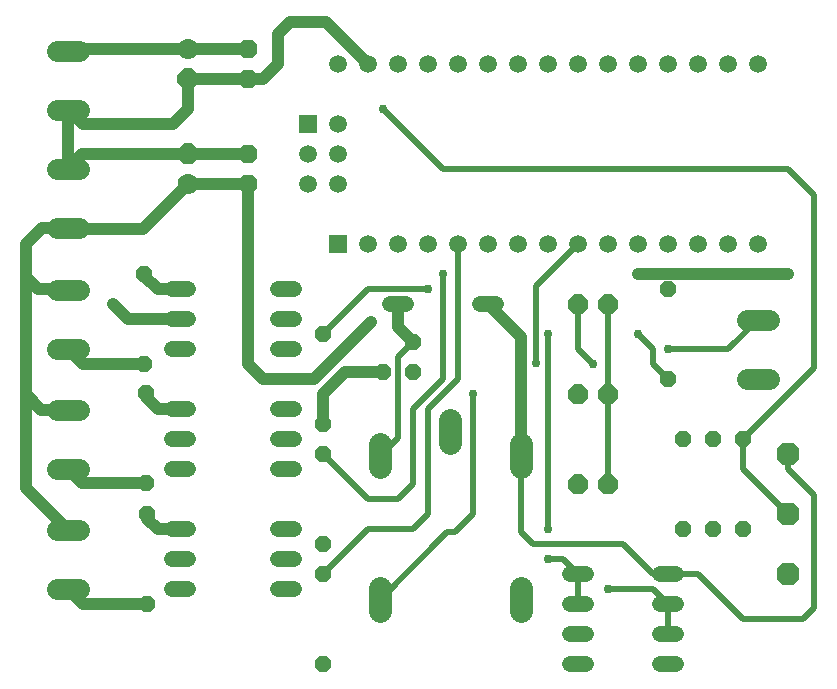
<source format=gbr>
G04 EAGLE Gerber X2 export*
%TF.Part,Single*%
%TF.FileFunction,Copper,L2,Bot,Mixed*%
%TF.FilePolarity,Positive*%
%TF.GenerationSoftware,Autodesk,EAGLE,8.7.0*%
%TF.CreationDate,2018-10-16T22:36:03Z*%
G75*
%MOMM*%
%FSLAX34Y34*%
%LPD*%
%AMOC8*
5,1,8,0,0,1.08239X$1,22.5*%
G01*
%ADD10P,2.089446X8X112.500000*%
%ADD11C,1.790700*%
%ADD12P,1.924489X8X292.500000*%
%ADD13C,1.778000*%
%ADD14P,1.732040X8X292.500000*%
%ADD15P,1.924489X8X112.500000*%
%ADD16P,1.732040X8X112.500000*%
%ADD17C,1.320800*%
%ADD18C,1.981200*%
%ADD19P,1.814519X8X22.500000*%
%ADD20R,1.508000X1.508000*%
%ADD21C,1.508000*%
%ADD22P,1.429621X8X112.500000*%
%ADD23P,1.429621X8X292.500000*%
%ADD24P,1.429621X8X22.500000*%
%ADD25C,1.016000*%
%ADD26C,0.508000*%
%ADD27C,0.756400*%


D10*
X660400Y215900D03*
X660400Y165100D03*
D11*
X59754Y253600D02*
X41847Y253600D01*
X41847Y203600D02*
X59754Y203600D01*
D12*
X152400Y533400D03*
D13*
X152400Y558800D03*
D14*
X203200Y558800D03*
X203200Y533400D03*
D15*
X152400Y469900D03*
D13*
X152400Y444500D03*
D16*
X203200Y444500D03*
X203200Y469900D03*
D11*
X59754Y355200D02*
X41847Y355200D01*
X41847Y305200D02*
X59754Y305200D01*
D17*
X399796Y342900D02*
X413004Y342900D01*
X336804Y342900D02*
X323596Y342900D01*
D10*
X660400Y114300D03*
D18*
X374650Y225044D02*
X374650Y244856D01*
X314960Y224536D02*
X314960Y204724D01*
X434340Y204724D02*
X434340Y224536D01*
X434340Y102616D02*
X434340Y82804D01*
X314960Y82804D02*
X314960Y102616D01*
D19*
X482600Y190500D03*
X508000Y190500D03*
X482600Y266700D03*
X508000Y266700D03*
X482600Y342900D03*
X508000Y342900D03*
D11*
X626047Y279800D02*
X643954Y279800D01*
X643954Y329800D02*
X626047Y329800D01*
D20*
X279400Y393700D03*
D21*
X304800Y393700D03*
X330200Y393700D03*
X355600Y393700D03*
X381000Y393700D03*
X406400Y393700D03*
X431800Y393700D03*
X457200Y393700D03*
X482600Y393700D03*
X508000Y393700D03*
X533400Y393700D03*
X558800Y393700D03*
X279400Y546100D03*
X304800Y546100D03*
X330200Y546100D03*
X355600Y546100D03*
X381000Y546100D03*
X406400Y546100D03*
X457200Y546100D03*
X482600Y546100D03*
X533400Y546100D03*
X558800Y546100D03*
X508000Y546100D03*
X431800Y546100D03*
X584200Y393700D03*
X609600Y393700D03*
X635000Y393700D03*
X584200Y546100D03*
X609600Y546100D03*
X635000Y546100D03*
D20*
X254000Y495300D03*
D21*
X279400Y495300D03*
X254000Y469900D03*
X279400Y469900D03*
X254000Y444500D03*
X279400Y444500D03*
D17*
X152400Y152400D02*
X139192Y152400D01*
X139192Y127000D02*
X152400Y127000D01*
X228600Y127000D02*
X241808Y127000D01*
X241808Y152400D02*
X228600Y152400D01*
X152400Y101600D02*
X139192Y101600D01*
X228600Y101600D02*
X241808Y101600D01*
X152400Y254000D02*
X139192Y254000D01*
X139192Y228600D02*
X152400Y228600D01*
X228600Y228600D02*
X241808Y228600D01*
X241808Y254000D02*
X228600Y254000D01*
X152400Y203200D02*
X139192Y203200D01*
X228600Y203200D02*
X241808Y203200D01*
X152400Y355600D02*
X139192Y355600D01*
X139192Y330200D02*
X152400Y330200D01*
X228600Y330200D02*
X241808Y330200D01*
X241808Y355600D02*
X228600Y355600D01*
X152400Y304800D02*
X139192Y304800D01*
X228600Y304800D02*
X241808Y304800D01*
D22*
X118110Y88900D03*
X118110Y165100D03*
X596900Y152400D03*
X596900Y228600D03*
X266700Y38100D03*
X266700Y114300D03*
X116840Y191770D03*
X116840Y267970D03*
X266700Y139700D03*
X266700Y215900D03*
X115570Y292100D03*
X115570Y368300D03*
X266700Y241300D03*
X266700Y317500D03*
D23*
X558800Y355600D03*
X558800Y279400D03*
D22*
X622300Y152400D03*
X622300Y228600D03*
X571500Y152400D03*
X571500Y228600D03*
D11*
X59754Y152000D02*
X41847Y152000D01*
X41847Y102000D02*
X59754Y102000D01*
D24*
X317500Y285750D03*
X342900Y285750D03*
X342900Y311150D03*
D17*
X475996Y114300D02*
X489204Y114300D01*
X489204Y88900D02*
X475996Y88900D01*
X552196Y88900D02*
X565404Y88900D01*
X565404Y114300D02*
X552196Y114300D01*
X489204Y63500D02*
X475996Y63500D01*
X475996Y38100D02*
X489204Y38100D01*
X552196Y63500D02*
X565404Y63500D01*
X565404Y38100D02*
X552196Y38100D01*
D11*
X59754Y557600D02*
X41847Y557600D01*
X41847Y507600D02*
X59754Y507600D01*
X59754Y457600D02*
X41847Y457600D01*
X41847Y407600D02*
X59754Y407600D01*
D25*
X50800Y102000D02*
X63900Y88900D01*
X118110Y88900D01*
X50800Y152000D02*
X15240Y187560D01*
X15240Y266700D01*
X15240Y365760D01*
X15240Y393700D01*
X29140Y407600D01*
X50800Y407600D01*
X50800Y253600D02*
X28340Y253600D01*
X15240Y266700D01*
X50800Y355200D02*
X50400Y355600D01*
X25400Y355600D01*
X15240Y365760D01*
X114300Y406400D02*
X152400Y444500D01*
X114300Y406400D02*
X52000Y406400D01*
X50800Y407600D01*
X152400Y444500D02*
X203200Y444500D01*
X406400Y342900D02*
X434340Y314960D01*
X434340Y214630D01*
D26*
X660400Y215900D02*
X660400Y203200D01*
X682500Y181100D01*
X682500Y85600D02*
X673100Y76200D01*
X622300Y76200D01*
X682500Y85600D02*
X682500Y181100D01*
X520700Y139700D02*
X444500Y139700D01*
X434340Y149860D01*
X434340Y214630D01*
X584200Y114300D02*
X622300Y76200D01*
X584200Y114300D02*
X558800Y114300D01*
X546100Y114300D02*
X520700Y139700D01*
X546100Y114300D02*
X558800Y114300D01*
D27*
X307340Y327660D03*
D25*
X259080Y279400D01*
X215900Y279400D01*
X203200Y292100D01*
X203200Y444500D01*
X152400Y152400D02*
X127000Y152400D01*
X118110Y161290D01*
X118110Y165100D01*
X50800Y457600D02*
X50800Y507600D01*
X152400Y533400D02*
X203200Y533400D01*
X203200Y469900D02*
X152400Y469900D01*
X63100Y469900D01*
X50800Y457600D01*
X50800Y507600D02*
X51200Y507600D01*
X63500Y495300D01*
X139700Y495300D01*
X152400Y508000D01*
X152400Y533400D01*
X203200Y533400D02*
X215900Y533400D01*
X228600Y546100D01*
X228600Y571500D01*
X238760Y581660D01*
X269240Y581660D02*
X304800Y546100D01*
X269240Y581660D02*
X238760Y581660D01*
X152400Y330200D02*
X101600Y330200D01*
X88900Y342900D01*
D27*
X88900Y342900D03*
D25*
X266700Y266700D02*
X266700Y241300D01*
X285750Y285750D02*
X317500Y285750D01*
X285750Y285750D02*
X266700Y266700D01*
D27*
X285750Y285750D03*
D26*
X508000Y266700D02*
X508000Y342900D01*
X508000Y266700D02*
X508000Y190500D01*
D27*
X533400Y368300D03*
D25*
X552821Y368300D01*
X553329Y368808D01*
X564271Y368808D01*
X564779Y368300D01*
X660400Y368300D01*
D27*
X660400Y368300D03*
D25*
X52000Y558800D02*
X50800Y557600D01*
X52000Y558800D02*
X152400Y558800D01*
X203200Y558800D01*
D26*
X622300Y228600D02*
X622300Y203200D01*
X660400Y165100D01*
X622300Y228600D02*
X682500Y288800D01*
D27*
X317500Y508000D03*
D26*
X368300Y457200D01*
X660400Y457200D01*
X682500Y435100D01*
X682500Y288800D01*
X304800Y355600D02*
X266700Y317500D01*
X304800Y355600D02*
X355600Y355600D01*
D27*
X355600Y355600D03*
D25*
X62630Y191770D02*
X50800Y203600D01*
X62630Y191770D02*
X116840Y191770D01*
X127000Y254000D02*
X152400Y254000D01*
X127000Y254000D02*
X116840Y264160D01*
X116840Y267970D01*
X63900Y292100D02*
X50800Y305200D01*
X63900Y292100D02*
X115570Y292100D01*
X127000Y355600D02*
X152400Y355600D01*
X127000Y355600D02*
X115570Y367030D01*
X115570Y368300D01*
D27*
X457200Y317500D03*
D26*
X457200Y152400D01*
D27*
X457200Y152400D03*
X457200Y127000D03*
D26*
X469900Y127000D02*
X482600Y114300D01*
X469900Y127000D02*
X457200Y127000D01*
X482600Y114300D02*
X482600Y88900D01*
X558800Y88900D02*
X558800Y63500D01*
X558800Y88900D02*
X546100Y101600D01*
X508000Y101600D01*
D27*
X508000Y101600D03*
X447040Y293370D03*
D26*
X447040Y358140D01*
X482600Y393700D01*
X304800Y152400D02*
X266700Y114300D01*
X304800Y152400D02*
X342900Y152400D01*
X355600Y165100D01*
X355600Y254000D01*
X381000Y279400D01*
X381000Y393700D01*
X266700Y215900D02*
X304800Y177800D01*
D27*
X368300Y368300D03*
D26*
X368300Y279400D01*
X342900Y254000D01*
X342900Y190500D01*
X330200Y177800D01*
X304800Y177800D01*
D25*
X342900Y311150D02*
X330200Y323850D01*
X330200Y342900D01*
D26*
X330200Y229870D02*
X314960Y214630D01*
X330200Y298450D02*
X342900Y311150D01*
X330200Y298450D02*
X330200Y229870D01*
X546100Y292100D02*
X558800Y279400D01*
X546100Y292100D02*
X546100Y304800D01*
X533400Y317500D01*
D27*
X533400Y317500D03*
X393700Y266700D03*
X558800Y304800D03*
D26*
X610000Y304800D01*
X635000Y329800D01*
X393700Y165100D02*
X378460Y149860D01*
X393700Y165100D02*
X393700Y266700D01*
X372110Y149860D02*
X314960Y92710D01*
X372110Y149860D02*
X378460Y149860D01*
D27*
X495300Y292100D03*
D26*
X482600Y304800D01*
X482600Y342900D01*
M02*

</source>
